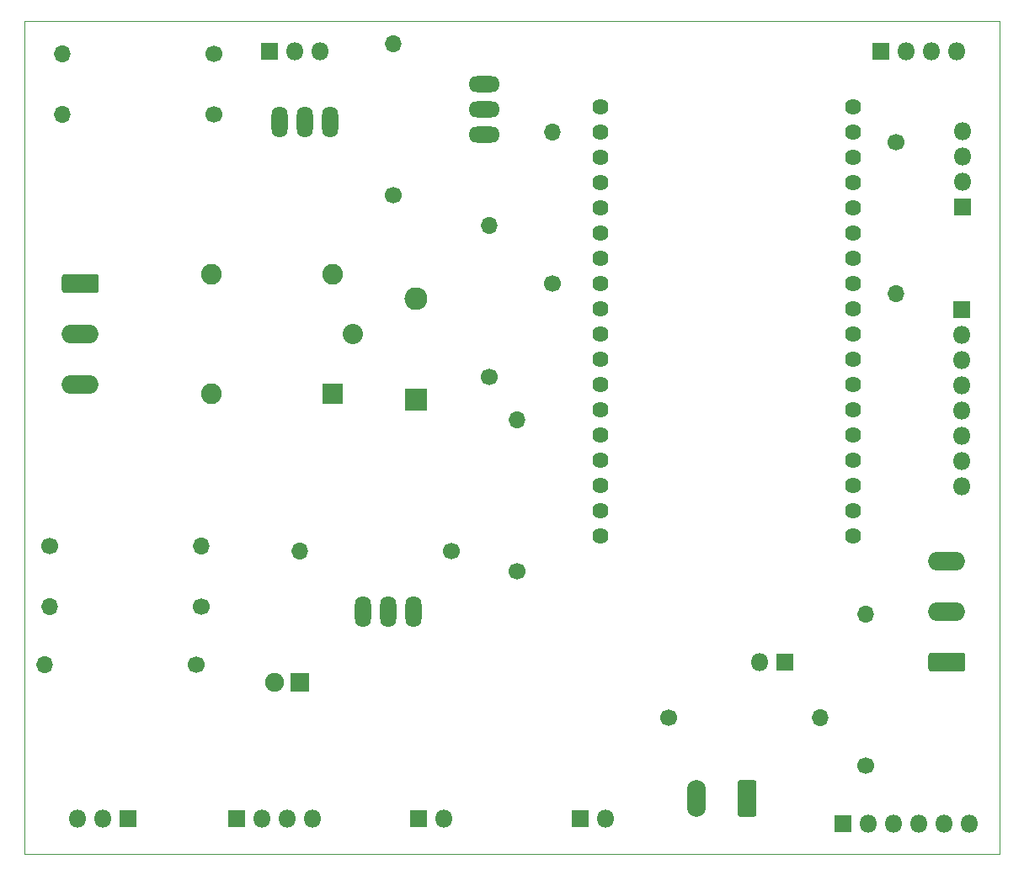
<source format=gbr>
%TF.GenerationSoftware,KiCad,Pcbnew,5.1.6-c6e7f7d~87~ubuntu20.04.1*%
%TF.CreationDate,2020-09-08T10:24:42-03:00*%
%TF.ProjectId,Projeto_placa,50726f6a-6574-46f5-9f70-6c6163612e6b,rev?*%
%TF.SameCoordinates,Original*%
%TF.FileFunction,Soldermask,Bot*%
%TF.FilePolarity,Negative*%
%FSLAX46Y46*%
G04 Gerber Fmt 4.6, Leading zero omitted, Abs format (unit mm)*
G04 Created by KiCad (PCBNEW 5.1.6-c6e7f7d~87~ubuntu20.04.1) date 2020-09-08 10:24:42*
%MOMM*%
%LPD*%
G01*
G04 APERTURE LIST*
%TA.AperFunction,Profile*%
%ADD10C,0.050000*%
%TD*%
%ADD11R,1.800000X1.800000*%
%ADD12O,1.800000X1.800000*%
%ADD13R,1.900000X1.900000*%
%ADD14C,1.900000*%
%ADD15R,2.300000X2.300000*%
%ADD16O,2.300000X2.300000*%
%ADD17O,1.900000X3.700000*%
%ADD18O,3.700000X1.900000*%
%ADD19R,2.080000X2.080000*%
%ADD20C,2.035000*%
%ADD21C,2.080000*%
%ADD22O,1.624000X3.148000*%
%ADD23O,3.148000X1.624000*%
%ADD24C,1.700000*%
%ADD25O,1.700000X1.700000*%
%ADD26C,1.624000*%
G04 APERTURE END LIST*
D10*
X72644000Y-29464000D02*
X72644000Y-113284000D01*
X170688000Y-29464000D02*
X72644000Y-29464000D01*
X170688000Y-113284000D02*
X170688000Y-29464000D01*
X72644000Y-113284000D02*
X170688000Y-113284000D01*
D11*
%TO.C,J9*%
X166852600Y-58496200D03*
D12*
X166852600Y-61036200D03*
X166852600Y-63576200D03*
X166852600Y-66116200D03*
X166852600Y-68656200D03*
X166852600Y-71196200D03*
X166852600Y-73736200D03*
X166852600Y-76276200D03*
%TD*%
D13*
%TO.C,D1*%
X100330000Y-96012000D03*
D14*
X97790000Y-96012000D03*
%TD*%
D15*
%TO.C,D2*%
X112014000Y-67564000D03*
D16*
X112014000Y-57404000D03*
%TD*%
D11*
%TO.C,J1*%
X128524000Y-109728000D03*
D12*
X131064000Y-109728000D03*
%TD*%
%TO.C,J2*%
X102362000Y-32512000D03*
X99822000Y-32512000D03*
D11*
X97282000Y-32512000D03*
%TD*%
%TO.C,J3*%
X83058000Y-109728000D03*
D12*
X80518000Y-109728000D03*
X77978000Y-109728000D03*
%TD*%
D11*
%TO.C,J4*%
X158750000Y-32512000D03*
D12*
X161290000Y-32512000D03*
X163830000Y-32512000D03*
X166370000Y-32512000D03*
%TD*%
%TO.C,J5*%
X166941500Y-40589200D03*
X166941500Y-43129200D03*
X166941500Y-45669200D03*
D11*
X166941500Y-48209200D03*
%TD*%
%TO.C,J6*%
X93980000Y-109728000D03*
D12*
X96520000Y-109728000D03*
X99060000Y-109728000D03*
X101600000Y-109728000D03*
%TD*%
D11*
%TO.C,J7*%
X112268000Y-109728000D03*
D12*
X114808000Y-109728000D03*
%TD*%
D11*
%TO.C,J8*%
X154940000Y-110236000D03*
D12*
X157480000Y-110236000D03*
X160020000Y-110236000D03*
X162560000Y-110236000D03*
X165100000Y-110236000D03*
X167640000Y-110236000D03*
%TD*%
%TO.C,J10*%
G36*
G01*
X146238000Y-106109889D02*
X146238000Y-109282111D01*
G75*
G02*
X145974111Y-109546000I-263889J0D01*
G01*
X144601889Y-109546000D01*
G75*
G02*
X144338000Y-109282111I0J263889D01*
G01*
X144338000Y-106109889D01*
G75*
G02*
X144601889Y-105846000I263889J0D01*
G01*
X145974111Y-105846000D01*
G75*
G02*
X146238000Y-106109889I0J-263889D01*
G01*
G37*
D17*
X140208000Y-107696000D03*
%TD*%
%TO.C,J11*%
G36*
G01*
X166940111Y-94930000D02*
X163767889Y-94930000D01*
G75*
G02*
X163504000Y-94666111I0J263889D01*
G01*
X163504000Y-93293889D01*
G75*
G02*
X163767889Y-93030000I263889J0D01*
G01*
X166940111Y-93030000D01*
G75*
G02*
X167204000Y-93293889I0J-263889D01*
G01*
X167204000Y-94666111D01*
G75*
G02*
X166940111Y-94930000I-263889J0D01*
G01*
G37*
D18*
X165354000Y-88900000D03*
X165354000Y-83820000D03*
%TD*%
D12*
%TO.C,J12*%
X146558000Y-93980000D03*
D11*
X149098000Y-93980000D03*
%TD*%
D18*
%TO.C,J13*%
X78232000Y-66040000D03*
X78232000Y-60960000D03*
G36*
G01*
X76645889Y-54930000D02*
X79818111Y-54930000D01*
G75*
G02*
X80082000Y-55193889I0J-263889D01*
G01*
X80082000Y-56566111D01*
G75*
G02*
X79818111Y-56830000I-263889J0D01*
G01*
X76645889Y-56830000D01*
G75*
G02*
X76382000Y-56566111I0J263889D01*
G01*
X76382000Y-55193889D01*
G75*
G02*
X76645889Y-54930000I263889J0D01*
G01*
G37*
%TD*%
D19*
%TO.C,K1*%
X103636000Y-66960000D03*
D20*
X105636000Y-60960000D03*
D21*
X103636000Y-54960000D03*
X91436000Y-54960000D03*
X91436000Y-66960000D03*
%TD*%
D22*
%TO.C,Q1*%
X106680000Y-88900000D03*
X109220000Y-88900000D03*
X111760000Y-88900000D03*
%TD*%
%TO.C,Q2*%
X103378000Y-39624000D03*
X100838000Y-39624000D03*
X98298000Y-39624000D03*
%TD*%
D23*
%TO.C,Q3*%
X118872000Y-40894000D03*
X118872000Y-38354000D03*
X118872000Y-35814000D03*
%TD*%
D24*
%TO.C,R1*%
X157226000Y-104394000D03*
D25*
X157226000Y-89154000D03*
%TD*%
%TO.C,R2*%
X152654000Y-99568000D03*
D24*
X137414000Y-99568000D03*
%TD*%
D25*
%TO.C,R3*%
X90424000Y-82296000D03*
D24*
X75184000Y-82296000D03*
%TD*%
%TO.C,R4*%
X109728000Y-46990000D03*
D25*
X109728000Y-31750000D03*
%TD*%
D24*
%TO.C,R5*%
X115570000Y-82804000D03*
D25*
X100330000Y-82804000D03*
%TD*%
D24*
%TO.C,R6*%
X89916000Y-94234000D03*
D25*
X74676000Y-94234000D03*
%TD*%
%TO.C,R7*%
X75184000Y-88392000D03*
D24*
X90424000Y-88392000D03*
%TD*%
%TO.C,R8*%
X91694000Y-38862000D03*
D25*
X76454000Y-38862000D03*
%TD*%
%TO.C,R9*%
X76454000Y-32766000D03*
D24*
X91694000Y-32766000D03*
%TD*%
D25*
%TO.C,R11*%
X122174000Y-69596000D03*
D24*
X122174000Y-84836000D03*
%TD*%
%TO.C,R12*%
X119380000Y-65278000D03*
D25*
X119380000Y-50038000D03*
%TD*%
%TO.C,R13*%
X160274000Y-56896000D03*
D24*
X160274000Y-41656000D03*
%TD*%
%TO.C,R14*%
X125730000Y-55880000D03*
D25*
X125730000Y-40640000D03*
%TD*%
D26*
%TO.C,U1*%
X130556000Y-38100000D03*
X130556000Y-40640000D03*
X130556000Y-43180000D03*
X130556000Y-45720000D03*
X130556000Y-48260000D03*
X130556000Y-50800000D03*
X130556000Y-53340000D03*
X130556000Y-55880000D03*
X130556000Y-58420000D03*
X130556000Y-60960000D03*
X130556000Y-63500000D03*
X130556000Y-66040000D03*
X130556000Y-68580000D03*
X130556000Y-71120000D03*
X130556000Y-73660000D03*
X130556000Y-76200000D03*
X130556000Y-78740000D03*
X130556000Y-81280000D03*
X155956000Y-81280000D03*
X155956000Y-78740000D03*
X155956000Y-76200000D03*
X155956000Y-73660000D03*
X155956000Y-71120000D03*
X155956000Y-68580000D03*
X155956000Y-66040000D03*
X155956000Y-63500000D03*
X155956000Y-60960000D03*
X155956000Y-58420000D03*
X155956000Y-55880000D03*
X155956000Y-53340000D03*
X155956000Y-50800000D03*
X155956000Y-48260000D03*
X155956000Y-45720000D03*
X155956000Y-43180000D03*
X155956000Y-40640000D03*
X155956000Y-38100000D03*
%TD*%
M02*

</source>
